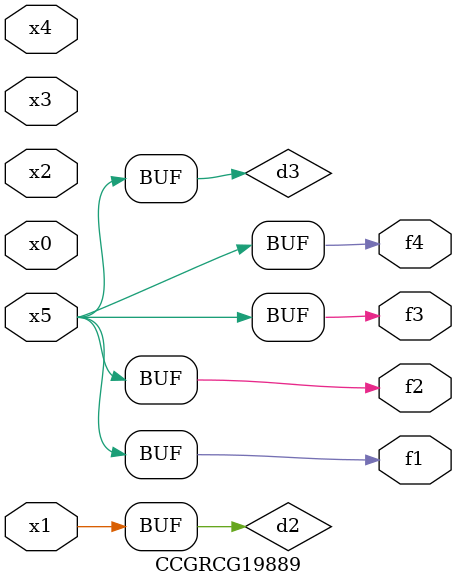
<source format=v>
module CCGRCG19889(
	input x0, x1, x2, x3, x4, x5,
	output f1, f2, f3, f4
);

	wire d1, d2, d3;

	not (d1, x5);
	or (d2, x1);
	xnor (d3, d1);
	assign f1 = d3;
	assign f2 = d3;
	assign f3 = d3;
	assign f4 = d3;
endmodule

</source>
